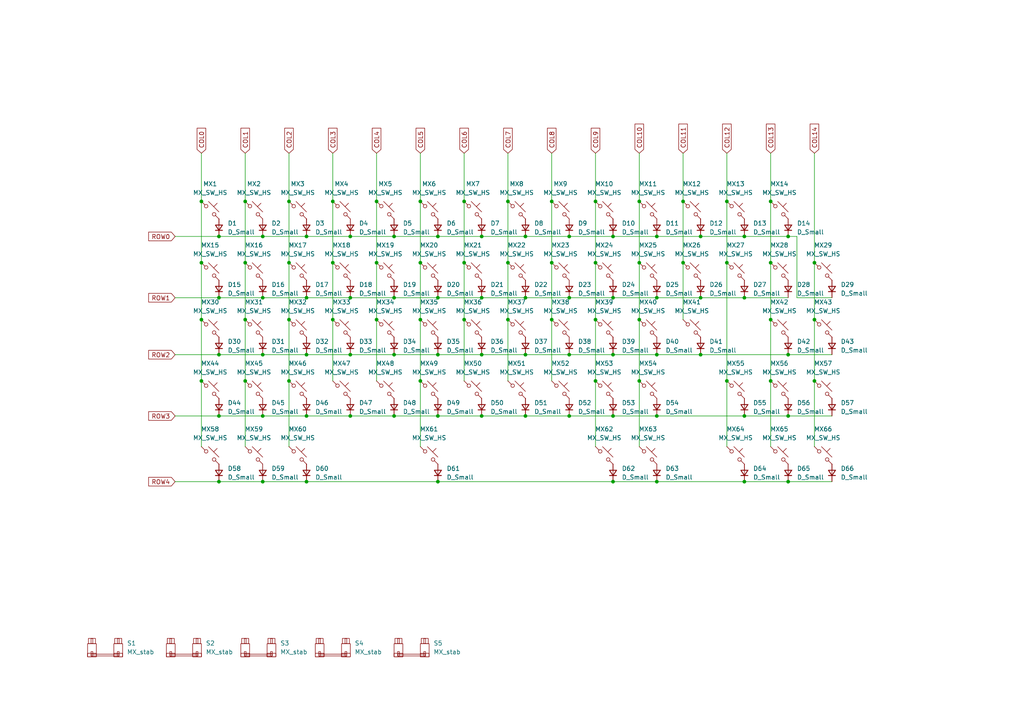
<source format=kicad_sch>
(kicad_sch (version 20250114) (generator "eeschema") (generator_version "9.0")
  (paper "A4")
  (title_block (title "Switch Matrix"))
  (junction (at 139.7 120.65))
  (junction (at 88.9 86.36))
  (junction (at 203.2 102.87))
  (junction (at 203.2 86.36))
  (junction (at 96.52 76.2))
  (junction (at 228.6 68.58))
  (junction (at 172.72 58.42))
  (junction (at 71.12 76.2))
  (junction (at 114.3 68.58))
  (junction (at 228.6 120.65))
  (junction (at 210.82 76.2))
  (junction (at 88.9 68.58))
  (junction (at 172.72 92.71))
  (junction (at 177.8 68.58))
  (junction (at 228.6 102.87))
  (junction (at 83.82 76.2))
  (junction (at 71.12 110.49))
  (junction (at 165.1 68.58))
  (junction (at 76.2 139.7))
  (junction (at 139.7 86.36))
  (junction (at 190.5 102.87))
  (junction (at 127 86.36))
  (junction (at 190.5 139.7))
  (junction (at 127 68.58))
  (junction (at 127 139.7))
  (junction (at 147.32 92.71))
  (junction (at 147.32 58.42))
  (junction (at 114.3 102.87))
  (junction (at 203.2 68.58))
  (junction (at 190.5 86.36))
  (junction (at 198.12 58.42))
  (junction (at 63.5 102.87))
  (junction (at 76.2 102.87))
  (junction (at 177.8 139.7))
  (junction (at 121.92 76.2))
  (junction (at 139.7 68.58))
  (junction (at 152.4 102.87))
  (junction (at 223.52 76.2))
  (junction (at 63.5 68.58))
  (junction (at 63.5 120.65))
  (junction (at 58.42 110.49))
  (junction (at 185.42 58.42))
  (junction (at 210.82 110.49))
  (junction (at 134.62 58.42))
  (junction (at 185.42 92.71))
  (junction (at 76.2 68.58))
  (junction (at 109.22 92.71))
  (junction (at 190.5 120.65))
  (junction (at 152.4 120.65))
  (junction (at 223.52 58.42))
  (junction (at 134.62 92.71))
  (junction (at 58.42 76.2))
  (junction (at 236.22 110.49))
  (junction (at 177.8 102.87))
  (junction (at 101.6 102.87))
  (junction (at 172.72 76.2))
  (junction (at 215.9 68.58))
  (junction (at 88.9 120.65))
  (junction (at 58.42 58.42))
  (junction (at 88.9 139.7))
  (junction (at 228.6 139.7))
  (junction (at 109.22 76.2))
  (junction (at 96.52 58.42))
  (junction (at 223.52 92.71))
  (junction (at 185.42 110.49))
  (junction (at 101.6 68.58))
  (junction (at 63.5 86.36))
  (junction (at 127 102.87))
  (junction (at 58.42 92.71))
  (junction (at 139.7 102.87))
  (junction (at 121.92 58.42))
  (junction (at 165.1 120.65))
  (junction (at 177.8 120.65))
  (junction (at 172.72 110.49))
  (junction (at 83.82 110.49))
  (junction (at 134.62 76.2))
  (junction (at 83.82 58.42))
  (junction (at 127 120.65))
  (junction (at 236.22 76.2))
  (junction (at 236.22 92.71))
  (junction (at 215.9 120.65))
  (junction (at 114.3 86.36))
  (junction (at 215.9 139.7))
  (junction (at 121.92 110.49))
  (junction (at 101.6 86.36))
  (junction (at 114.3 120.65))
  (junction (at 165.1 102.87))
  (junction (at 190.5 68.58))
  (junction (at 210.82 58.42))
  (junction (at 63.5 139.7))
  (junction (at 147.32 76.2))
  (junction (at 83.82 92.71))
  (junction (at 88.9 102.87))
  (junction (at 177.8 86.36))
  (junction (at 160.02 58.42))
  (junction (at 121.92 92.71))
  (junction (at 165.1 86.36))
  (junction (at 101.6 120.65))
  (junction (at 215.9 86.36))
  (junction (at 71.12 58.42))
  (junction (at 152.4 68.58))
  (junction (at 71.12 92.71))
  (junction (at 76.2 120.65))
  (junction (at 223.52 110.49))
  (junction (at 152.4 86.36))
  (junction (at 160.02 92.71))
  (junction (at 160.02 76.2))
  (junction (at 96.52 92.71))
  (junction (at 76.2 86.36))
  (junction (at 109.22 58.42))
  (junction (at 185.42 76.2))
  (junction (at 198.12 76.2))
  (wire (pts (xy 121.92 92.71) (xy 121.92 110.49)))
  (wire (pts (xy 50.8 68.58) (xy 63.5 68.58)))
  (wire (pts (xy 63.5 102.87) (xy 76.2 102.87)))
  (wire (pts (xy 190.5 102.87) (xy 203.2 102.87)))
  (wire (pts (xy 109.22 44.45) (xy 109.22 58.42)))
  (wire (pts (xy 165.1 86.36) (xy 177.8 86.36)))
  (wire (pts (xy 127 68.58) (xy 139.7 68.58)))
  (wire (pts (xy 127 102.87) (xy 139.7 102.87)))
  (wire (pts (xy 58.42 58.42) (xy 58.42 76.2)))
  (wire (pts (xy 177.8 102.87) (xy 190.5 102.87)))
  (wire (pts (xy 203.2 68.58) (xy 215.9 68.58)))
  (wire (pts (xy 58.42 92.71) (xy 58.42 110.49)))
  (wire (pts (xy 121.92 58.42) (xy 121.92 76.2)))
  (wire (pts (xy 160.02 92.71) (xy 160.02 110.49)))
  (wire (pts (xy 134.62 76.2) (xy 134.62 92.71)))
  (wire (pts (xy 76.2 139.7) (xy 88.9 139.7)))
  (wire (pts (xy 185.42 58.42) (xy 185.42 76.2)))
  (wire (pts (xy 203.2 86.36) (xy 215.9 86.36)))
  (wire (pts (xy 88.9 139.7) (xy 127 139.7)))
  (wire (pts (xy 231.14 86.36) (xy 231.14 68.58)))
  (wire (pts (xy 210.82 44.45) (xy 210.82 58.42)))
  (wire (pts (xy 63.5 68.58) (xy 76.2 68.58)))
  (wire (pts (xy 236.22 92.71) (xy 236.22 110.49)))
  (wire (pts (xy 147.32 58.42) (xy 147.32 76.2)))
  (wire (pts (xy 241.3 86.36) (xy 231.14 86.36)))
  (wire (pts (xy 76.2 102.87) (xy 88.9 102.87)))
  (wire (pts (xy 88.9 102.87) (xy 101.6 102.87)))
  (wire (pts (xy 236.22 110.49) (xy 236.22 129.54)))
  (wire (pts (xy 172.72 58.42) (xy 172.72 76.2)))
  (wire (pts (xy 101.6 102.87) (xy 114.3 102.87)))
  (wire (pts (xy 88.9 68.58) (xy 101.6 68.58)))
  (wire (pts (xy 63.5 120.65) (xy 76.2 120.65)))
  (wire (pts (xy 63.5 139.7) (xy 76.2 139.7)))
  (wire (pts (xy 228.6 102.87) (xy 241.3 102.87)))
  (wire (pts (xy 172.72 92.71) (xy 172.72 110.49)))
  (wire (pts (xy 215.9 86.36) (xy 228.6 86.36)))
  (wire (pts (xy 71.12 44.45) (xy 71.12 58.42)))
  (wire (pts (xy 165.1 68.58) (xy 177.8 68.58)))
  (wire (pts (xy 160.02 44.45) (xy 160.02 58.42)))
  (wire (pts (xy 198.12 76.2) (xy 198.12 92.71)))
  (wire (pts (xy 76.2 86.36) (xy 88.9 86.36)))
  (wire (pts (xy 223.52 76.2) (xy 223.52 92.71)))
  (wire (pts (xy 71.12 58.42) (xy 71.12 76.2)))
  (wire (pts (xy 177.8 86.36) (xy 190.5 86.36)))
  (wire (pts (xy 177.8 68.58) (xy 190.5 68.58)))
  (wire (pts (xy 165.1 120.65) (xy 177.8 120.65)))
  (wire (pts (xy 83.82 76.2) (xy 83.82 92.71)))
  (wire (pts (xy 147.32 44.45) (xy 147.32 58.42)))
  (wire (pts (xy 160.02 58.42) (xy 160.02 76.2)))
  (wire (pts (xy 203.2 102.87) (xy 228.6 102.87)))
  (wire (pts (xy 127 86.36) (xy 139.7 86.36)))
  (wire (pts (xy 223.52 44.45) (xy 223.52 58.42)))
  (wire (pts (xy 231.14 68.58) (xy 228.6 68.58)))
  (wire (pts (xy 152.4 86.36) (xy 165.1 86.36)))
  (wire (pts (xy 185.42 92.71) (xy 185.42 110.49)))
  (wire (pts (xy 83.82 58.42) (xy 83.82 76.2)))
  (wire (pts (xy 109.22 76.2) (xy 109.22 92.71)))
  (wire (pts (xy 147.32 92.71) (xy 147.32 110.49)))
  (wire (pts (xy 215.9 139.7) (xy 228.6 139.7)))
  (wire (pts (xy 71.12 76.2) (xy 71.12 92.71)))
  (wire (pts (xy 190.5 139.7) (xy 215.9 139.7)))
  (wire (pts (xy 236.22 76.2) (xy 236.22 92.71)))
  (wire (pts (xy 96.52 44.45) (xy 96.52 58.42)))
  (wire (pts (xy 165.1 102.87) (xy 177.8 102.87)))
  (wire (pts (xy 50.8 139.7) (xy 63.5 139.7)))
  (wire (pts (xy 96.52 76.2) (xy 96.52 92.71)))
  (wire (pts (xy 210.82 76.2) (xy 210.82 110.49)))
  (wire (pts (xy 121.92 44.45) (xy 121.92 58.42)))
  (wire (pts (xy 114.3 86.36) (xy 127 86.36)))
  (wire (pts (xy 198.12 44.45) (xy 198.12 58.42)))
  (wire (pts (xy 147.32 76.2) (xy 147.32 92.71)))
  (wire (pts (xy 215.9 120.65) (xy 228.6 120.65)))
  (wire (pts (xy 185.42 44.45) (xy 185.42 58.42)))
  (wire (pts (xy 190.5 120.65) (xy 215.9 120.65)))
  (wire (pts (xy 101.6 68.58) (xy 114.3 68.58)))
  (wire (pts (xy 139.7 86.36) (xy 152.4 86.36)))
  (wire (pts (xy 152.4 102.87) (xy 165.1 102.87)))
  (wire (pts (xy 172.72 44.45) (xy 172.72 58.42)))
  (wire (pts (xy 114.3 120.65) (xy 127 120.65)))
  (wire (pts (xy 96.52 92.71) (xy 96.52 110.49)))
  (wire (pts (xy 152.4 68.58) (xy 165.1 68.58)))
  (wire (pts (xy 50.8 86.36) (xy 63.5 86.36)))
  (wire (pts (xy 223.52 92.71) (xy 223.52 110.49)))
  (wire (pts (xy 223.52 110.49) (xy 223.52 129.54)))
  (wire (pts (xy 134.62 44.45) (xy 134.62 58.42)))
  (wire (pts (xy 83.82 44.45) (xy 83.82 58.42)))
  (wire (pts (xy 139.7 102.87) (xy 152.4 102.87)))
  (wire (pts (xy 134.62 92.71) (xy 134.62 110.49)))
  (wire (pts (xy 177.8 139.7) (xy 190.5 139.7)))
  (wire (pts (xy 50.8 102.87) (xy 63.5 102.87)))
  (wire (pts (xy 83.82 110.49) (xy 83.82 129.54)))
  (wire (pts (xy 152.4 120.65) (xy 165.1 120.65)))
  (wire (pts (xy 228.6 139.7) (xy 241.3 139.7)))
  (wire (pts (xy 210.82 58.42) (xy 210.82 76.2)))
  (wire (pts (xy 177.8 120.65) (xy 190.5 120.65)))
  (wire (pts (xy 190.5 68.58) (xy 203.2 68.58)))
  (wire (pts (xy 76.2 120.65) (xy 88.9 120.65)))
  (wire (pts (xy 101.6 86.36) (xy 114.3 86.36)))
  (wire (pts (xy 139.7 120.65) (xy 152.4 120.65)))
  (wire (pts (xy 160.02 76.2) (xy 160.02 92.71)))
  (wire (pts (xy 172.72 76.2) (xy 172.72 92.71)))
  (wire (pts (xy 139.7 68.58) (xy 152.4 68.58)))
  (wire (pts (xy 58.42 44.45) (xy 58.42 58.42)))
  (wire (pts (xy 109.22 92.71) (xy 109.22 110.49)))
  (wire (pts (xy 223.52 58.42) (xy 223.52 76.2)))
  (wire (pts (xy 185.42 110.49) (xy 185.42 129.54)))
  (wire (pts (xy 114.3 68.58) (xy 127 68.58)))
  (wire (pts (xy 96.52 58.42) (xy 96.52 76.2)))
  (wire (pts (xy 71.12 110.49) (xy 71.12 129.54)))
  (wire (pts (xy 71.12 92.71) (xy 71.12 110.49)))
  (wire (pts (xy 114.3 102.87) (xy 127 102.87)))
  (wire (pts (xy 127 120.65) (xy 139.7 120.65)))
  (wire (pts (xy 190.5 86.36) (xy 203.2 86.36)))
  (wire (pts (xy 172.72 110.49) (xy 172.72 129.54)))
  (wire (pts (xy 228.6 120.65) (xy 241.3 120.65)))
  (wire (pts (xy 76.2 68.58) (xy 88.9 68.58)))
  (wire (pts (xy 58.42 110.49) (xy 58.42 129.54)))
  (wire (pts (xy 50.8 120.65) (xy 63.5 120.65)))
  (wire (pts (xy 210.82 110.49) (xy 210.82 129.54)))
  (wire (pts (xy 63.5 86.36) (xy 76.2 86.36)))
  (wire (pts (xy 185.42 76.2) (xy 185.42 92.71)))
  (wire (pts (xy 127 139.7) (xy 177.8 139.7)))
  (wire (pts (xy 134.62 58.42) (xy 134.62 76.2)))
  (wire (pts (xy 88.9 120.65) (xy 101.6 120.65)))
  (wire (pts (xy 121.92 110.49) (xy 121.92 129.54)))
  (wire (pts (xy 121.92 76.2) (xy 121.92 92.71)))
  (wire (pts (xy 101.6 120.65) (xy 114.3 120.65)))
  (wire (pts (xy 58.42 76.2) (xy 58.42 92.71)))
  (wire (pts (xy 83.82 92.71) (xy 83.82 110.49)))
  (wire (pts (xy 109.22 58.42) (xy 109.22 76.2)))
  (wire (pts (xy 236.22 44.45) (xy 236.22 76.2)))
  (wire (pts (xy 215.9 68.58) (xy 228.6 68.58)))
  (wire (pts (xy 88.9 86.36) (xy 101.6 86.36)))
  (wire (pts (xy 198.12 58.42) (xy 198.12 76.2)))
  (global_label "COL8" (shape input) (at 160.02 44.45 90) (property "Intersheetrefs" "${INTERSHEET_REFS}" (effects (hide yes))))
  (global_label "COL6" (shape input) (at 134.62 44.45 90) (property "Intersheetrefs" "${INTERSHEET_REFS}" (effects (hide yes))))
  (global_label "COL5" (shape input) (at 121.92 44.45 90) (property "Intersheetrefs" "${INTERSHEET_REFS}" (effects (hide yes))))
  (global_label "ROW3" (shape input) (at 50.8 120.65 180) (property "Intersheetrefs" "${INTERSHEET_REFS}" (effects (hide yes))))
  (global_label "COL14" (shape input) (at 236.22 44.45 90) (property "Intersheetrefs" "${INTERSHEET_REFS}" (effects (hide yes))))
  (global_label "COL11" (shape input) (at 198.12 44.45 90) (property "Intersheetrefs" "${INTERSHEET_REFS}" (effects (hide yes))))
  (global_label "COL0" (shape input) (at 58.42 44.45 90) (property "Intersheetrefs" "${INTERSHEET_REFS}" (effects (hide yes))))
  (global_label "COL7" (shape input) (at 147.32 44.45 90) (property "Intersheetrefs" "${INTERSHEET_REFS}" (effects (hide yes))))
  (global_label "COL2" (shape input) (at 83.82 44.45 90) (property "Intersheetrefs" "${INTERSHEET_REFS}" (effects (hide yes))))
  (global_label "COL13" (shape input) (at 223.52 44.45 90) (property "Intersheetrefs" "${INTERSHEET_REFS}" (effects (hide yes))))
  (global_label "COL12" (shape input) (at 210.82 44.45 90) (property "Intersheetrefs" "${INTERSHEET_REFS}" (effects (hide yes))))
  (global_label "COL1" (shape input) (at 71.12 44.45 90) (property "Intersheetrefs" "${INTERSHEET_REFS}" (effects (hide yes))))
  (global_label "ROW0" (shape input) (at 50.8 68.58 180) (property "Intersheetrefs" "${INTERSHEET_REFS}" (effects (hide yes))))
  (global_label "ROW2" (shape input) (at 50.8 102.87 180) (property "Intersheetrefs" "${INTERSHEET_REFS}" (effects (hide yes))))
  (global_label "COL10" (shape input) (at 185.42 44.45 90) (property "Intersheetrefs" "${INTERSHEET_REFS}" (effects (hide yes))))
  (global_label "COL4" (shape input) (at 109.22 44.45 90) (property "Intersheetrefs" "${INTERSHEET_REFS}" (effects (hide yes))))
  (global_label "COL3" (shape input) (at 96.52 44.45 90) (property "Intersheetrefs" "${INTERSHEET_REFS}" (effects (hide yes))))
  (global_label "ROW4" (shape input) (at 50.8 139.7 180) (property "Intersheetrefs" "${INTERSHEET_REFS}" (effects (hide yes))))
  (global_label "COL9" (shape input) (at 172.72 44.45 90) (property "Intersheetrefs" "${INTERSHEET_REFS}" (effects (hide yes))))
  (global_label "ROW1" (shape input) (at 50.8 86.36 180) (property "Intersheetrefs" "${INTERSHEET_REFS}" (effects (hide yes))))
  (symbol (lib_id "PCM_marbastlib-mx:MX_SW_HS_CPG151101S11") (at 73.66 78.74 0) (unit 1)
    (property "Reference" "MX16" (at 73.66 71.12 0))
    (property "Value" "MX_SW_HS" (at 73.66 73.66 0))
    (property "Footprint" "PCM_Switch_Keyboard_Cherry_MX:SW_Cherry_MX_PCB_1.00u" (effects (hide yes)))
    (property "Description" "Push button switch, normally open, two pins, 45° tilted, Kailh CPG151101S11 for Cherry MX style switches" (effects (hide yes)))
  )
  (symbol (lib_id "Device:D_Small") (at 215.9 118.11 90) (unit 1)
    (property "Reference" "D55" (at 218.44 116.8399 90) (effects (justify right)))
    (property "Value" "D_Small" (at 218.44 119.3799 90) (effects (justify right)))
    (property "Footprint" "Diode_SMD:D_SOD-323_HandSoldering" (effects (hide yes)))
    (property "Description" "Diode, small symbol" (effects (hide yes)))
    (property "Sim.Device" "D" (effects (hide yes)))
    (property "Sim.Pins" "1=K 2=A" (effects (hide yes)))
  )
  (symbol (lib_id "Device:D_Small") (at 63.5 66.04 90) (unit 1)
    (property "Reference" "D1" (at 66.04 64.7699 90) (effects (justify right)))
    (property "Value" "D_Small" (at 66.04 67.3099 90) (effects (justify right)))
    (property "Footprint" "Diode_SMD:D_SOD-323_HandSoldering" (effects (hide yes)))
    (property "Description" "Diode, small symbol" (effects (hide yes)))
    (property "Sim.Device" "D" (effects (hide yes)))
    (property "Sim.Pins" "1=K 2=A" (effects (hide yes)))
  )
  (symbol (lib_id "Device:D_Small") (at 190.5 100.33 90) (unit 1)
    (property "Reference" "D40" (at 193.04 99.0599 90) (effects (justify right)))
    (property "Value" "D_Small" (at 193.04 101.5999 90) (effects (justify right)))
    (property "Footprint" "Diode_SMD:D_SOD-323_HandSoldering" (effects (hide yes)))
    (property "Description" "Diode, small symbol" (effects (hide yes)))
    (property "Sim.Device" "D" (effects (hide yes)))
    (property "Sim.Pins" "1=K 2=A" (effects (hide yes)))
  )
  (symbol (lib_id "Device:D_Small") (at 177.8 83.82 90) (unit 1)
    (property "Reference" "D24" (at 180.34 82.5499 90) (effects (justify right)))
    (property "Value" "D_Small" (at 180.34 85.0899 90) (effects (justify right)))
    (property "Footprint" "Diode_SMD:D_SOD-323_HandSoldering" (effects (hide yes)))
    (property "Description" "Diode, small symbol" (effects (hide yes)))
    (property "Sim.Device" "D" (effects (hide yes)))
    (property "Sim.Pins" "1=K 2=A" (effects (hide yes)))
  )
  (symbol (lib_id "PCM_marbastlib-mx:MX_SW_HS_CPG151101S11") (at 137.16 95.25 0) (unit 1)
    (property "Reference" "MX36" (at 137.16 87.63 0))
    (property "Value" "MX_SW_HS" (at 137.16 90.17 0))
    (property "Footprint" "PCM_Switch_Keyboard_Cherry_MX:SW_Cherry_MX_PCB_1.00u" (effects (hide yes)))
    (property "Description" "Push button switch, normally open, two pins, 45° tilted, Kailh CPG151101S11 for Cherry MX style switches" (effects (hide yes)))
  )
  (symbol (lib_id "PCM_marbastlib-mx:MX_SW_HS_CPG151101S11") (at 187.96 60.96 0) (unit 1)
    (property "Reference" "MX11" (at 187.96 53.34 0))
    (property "Value" "MX_SW_HS" (at 187.96 55.88 0))
    (property "Footprint" "PCM_Switch_Keyboard_Cherry_MX:SW_Cherry_MX_PCB_1.00u" (effects (hide yes)))
    (property "Description" "Push button switch, normally open, two pins, 45° tilted, Kailh CPG151101S11 for Cherry MX style switches" (effects (hide yes)))
  )
  (symbol (lib_id "PCM_marbastlib-mx:MX_SW_HS_CPG151101S11") (at 187.96 113.03 0) (unit 1)
    (property "Reference" "MX54" (at 187.96 105.41 0))
    (property "Value" "MX_SW_HS" (at 187.96 107.95 0))
    (property "Footprint" "PCM_Switch_Keyboard_Cherry_MX:SW_Cherry_MX_PCB_1.00u" (effects (hide yes)))
    (property "Description" "Push button switch, normally open, two pins, 45° tilted, Kailh CPG151101S11 for Cherry MX style switches" (effects (hide yes)))
  )
  (symbol (lib_id "PCM_marbastlib-mx:MX_SW_HS_CPG151101S11") (at 187.96 132.08 0) (unit 1)
    (property "Reference" "MX63" (at 187.96 124.46 0))
    (property "Value" "MX_SW_HS" (at 187.96 127 0))
    (property "Footprint" "PCM_Switch_Keyboard_Cherry_MX:SW_Cherry_MX_PCB_1.25u" (effects (hide yes)))
    (property "Description" "Push button switch, normally open, two pins, 45° tilted, Kailh CPG151101S11 for Cherry MX style switches" (effects (hide yes)))
  )
  (symbol (lib_id "PCM_marbastlib-mx:MX_SW_HS_CPG151101S11") (at 226.06 60.96 0) (unit 1)
    (property "Reference" "MX14" (at 226.06 53.34 0))
    (property "Value" "MX_SW_HS" (at 226.06 55.88 0))
    (property "Footprint" "PCM_Switch_Keyboard_Cherry_MX:SW_Cherry_MX_PCB_2.00u" (effects (hide yes)))
    (property "Description" "Push button switch, normally open, two pins, 45° tilted, Kailh CPG151101S11 for Cherry MX style switches" (effects (hide yes)))
  )
  (symbol (lib_id "PCM_marbastlib-mx:MX_SW_HS_CPG151101S11") (at 124.46 132.08 0) (unit 1)
    (property "Reference" "MX61" (at 124.46 124.46 0))
    (property "Value" "MX_SW_HS" (at 124.46 127 0))
    (property "Footprint" "PCM_Switch_Keyboard_Cherry_MX:SW_Cherry_MX_PCB_6.25u" (effects (hide yes)))
    (property "Description" "Push button switch, normally open, two pins, 45° tilted, Kailh CPG151101S11 for Cherry MX style switches" (effects (hide yes)))
  )
  (symbol (lib_id "PCM_marbastlib-mx:MX_SW_HS_CPG151101S11") (at 124.46 60.96 0) (unit 1)
    (property "Reference" "MX6" (at 124.46 53.34 0))
    (property "Value" "MX_SW_HS" (at 124.46 55.88 0))
    (property "Footprint" "PCM_Switch_Keyboard_Cherry_MX:SW_Cherry_MX_PCB_1.00u" (effects (hide yes)))
    (property "Description" "Push button switch, normally open, two pins, 45° tilted, Kailh CPG151101S11 for Cherry MX style switches" (effects (hide yes)))
  )
  (symbol (lib_id "PCM_marbastlib-mx:MX_SW_HS_CPG151101S11") (at 226.06 113.03 0) (unit 1)
    (property "Reference" "MX56" (at 226.06 105.41 0))
    (property "Value" "MX_SW_HS" (at 226.06 107.95 0))
    (property "Footprint" "PCM_Switch_Keyboard_Cherry_MX:SW_Cherry_MX_PCB_1.00u" (effects (hide yes)))
    (property "Description" "Push button switch, normally open, two pins, 45° tilted, Kailh CPG151101S11 for Cherry MX style switches" (effects (hide yes)))
  )
  (symbol (lib_id "Device:D_Small") (at 241.3 137.16 90) (unit 1)
    (property "Reference" "D66" (at 243.84 135.8899 90) (effects (justify right)))
    (property "Value" "D_Small" (at 243.84 138.4299 90) (effects (justify right)))
    (property "Footprint" "Diode_SMD:D_SOD-323_HandSoldering" (effects (hide yes)))
    (property "Description" "Diode, small symbol" (effects (hide yes)))
    (property "Sim.Device" "D" (effects (hide yes)))
    (property "Sim.Pins" "1=K 2=A" (effects (hide yes)))
  )
  (symbol (lib_id "Device:D_Small") (at 114.3 100.33 90) (unit 1)
    (property "Reference" "D34" (at 116.84 99.0599 90) (effects (justify right)))
    (property "Value" "D_Small" (at 116.84 101.5999 90) (effects (justify right)))
    (property "Footprint" "Diode_SMD:D_SOD-323_HandSoldering" (effects (hide yes)))
    (property "Description" "Diode, small symbol" (effects (hide yes)))
    (property "Sim.Device" "D" (effects (hide yes)))
    (property "Sim.Pins" "1=K 2=A" (effects (hide yes)))
  )
  (symbol (lib_id "Device:D_Small") (at 76.2 100.33 90) (unit 1)
    (property "Reference" "D31" (at 78.74 99.0599 90) (effects (justify right)))
    (property "Value" "D_Small" (at 78.74 101.5999 90) (effects (justify right)))
    (property "Footprint" "Diode_SMD:D_SOD-323_HandSoldering" (effects (hide yes)))
    (property "Description" "Diode, small symbol" (effects (hide yes)))
    (property "Sim.Device" "D" (effects (hide yes)))
    (property "Sim.Pins" "1=K 2=A" (effects (hide yes)))
  )
  (symbol (lib_id "PCM_marbastlib-mx:MX_SW_HS_CPG151101S11") (at 149.86 78.74 0) (unit 1)
    (property "Reference" "MX22" (at 149.86 71.12 0))
    (property "Value" "MX_SW_HS" (at 149.86 73.66 0))
    (property "Footprint" "PCM_Switch_Keyboard_Cherry_MX:SW_Cherry_MX_PCB_1.00u" (effects (hide yes)))
    (property "Description" "Push button switch, normally open, two pins, 45° tilted, Kailh CPG151101S11 for Cherry MX style switches" (effects (hide yes)))
  )
  (symbol (lib_id "PCM_marbastlib-mx:MX_SW_HS_CPG151101S11") (at 111.76 95.25 0) (unit 1)
    (property "Reference" "MX34" (at 111.76 87.63 0))
    (property "Value" "MX_SW_HS" (at 111.76 90.17 0))
    (property "Footprint" "PCM_Switch_Keyboard_Cherry_MX:SW_Cherry_MX_PCB_1.00u" (effects (hide yes)))
    (property "Description" "Push button switch, normally open, two pins, 45° tilted, Kailh CPG151101S11 for Cherry MX style switches" (effects (hide yes)))
  )
  (symbol (lib_id "PCM_marbastlib-mx:MX_SW_HS_CPG151101S11") (at 99.06 95.25 0) (unit 1)
    (property "Reference" "MX33" (at 99.06 87.63 0))
    (property "Value" "MX_SW_HS" (at 99.06 90.17 0))
    (property "Footprint" "PCM_Switch_Keyboard_Cherry_MX:SW_Cherry_MX_PCB_1.00u" (effects (hide yes)))
    (property "Description" "Push button switch, normally open, two pins, 45° tilted, Kailh CPG151101S11 for Cherry MX style switches" (effects (hide yes)))
  )
  (symbol (lib_id "Device:D_Small") (at 165.1 83.82 90) (unit 1)
    (property "Reference" "D23" (at 167.64 82.5499 90) (effects (justify right)))
    (property "Value" "D_Small" (at 167.64 85.0899 90) (effects (justify right)))
    (property "Footprint" "Diode_SMD:D_SOD-323_HandSoldering" (effects (hide yes)))
    (property "Description" "Diode, small symbol" (effects (hide yes)))
    (property "Sim.Device" "D" (effects (hide yes)))
    (property "Sim.Pins" "1=K 2=A" (effects (hide yes)))
  )
  (symbol (lib_id "PCM_marbastlib-mx:MX_SW_HS_CPG151101S11") (at 124.46 78.74 0) (unit 1)
    (property "Reference" "MX20" (at 124.46 71.12 0))
    (property "Value" "MX_SW_HS" (at 124.46 73.66 0))
    (property "Footprint" "PCM_Switch_Keyboard_Cherry_MX:SW_Cherry_MX_PCB_1.00u" (effects (hide yes)))
    (property "Description" "Push button switch, normally open, two pins, 45° tilted, Kailh CPG151101S11 for Cherry MX style switches" (effects (hide yes)))
  )
  (symbol (lib_id "Device:D_Small") (at 76.2 66.04 90) (unit 1)
    (property "Reference" "D2" (at 78.74 64.7699 90) (effects (justify right)))
    (property "Value" "D_Small" (at 78.74 67.3099 90) (effects (justify right)))
    (property "Footprint" "Diode_SMD:D_SOD-323_HandSoldering" (effects (hide yes)))
    (property "Description" "Diode, small symbol" (effects (hide yes)))
    (property "Sim.Device" "D" (effects (hide yes)))
    (property "Sim.Pins" "1=K 2=A" (effects (hide yes)))
  )
  (symbol (lib_id "PCM_marbastlib-mx:MX_SW_HS_CPG151101S11") (at 213.36 60.96 0) (unit 1)
    (property "Reference" "MX13" (at 213.36 53.34 0))
    (property "Value" "MX_SW_HS" (at 213.36 55.88 0))
    (property "Footprint" "PCM_Switch_Keyboard_Cherry_MX:SW_Cherry_MX_PCB_1.00u" (effects (hide yes)))
    (property "Description" "Push button switch, normally open, two pins, 45° tilted, Kailh CPG151101S11 for Cherry MX style switches" (effects (hide yes)))
  )
  (symbol (lib_id "PCM_marbastlib-mx:MX_SW_HS_CPG151101S11") (at 175.26 60.96 0) (unit 1)
    (property "Reference" "MX10" (at 175.26 53.34 0))
    (property "Value" "MX_SW_HS" (at 175.26 55.88 0))
    (property "Footprint" "PCM_Switch_Keyboard_Cherry_MX:SW_Cherry_MX_PCB_1.00u" (effects (hide yes)))
    (property "Description" "Push button switch, normally open, two pins, 45° tilted, Kailh CPG151101S11 for Cherry MX style switches" (effects (hide yes)))
  )
  (symbol (lib_id "PCM_marbastlib-mx:MX_SW_HS_CPG151101S11") (at 99.06 78.74 0) (unit 1)
    (property "Reference" "MX18" (at 99.06 71.12 0))
    (property "Value" "MX_SW_HS" (at 99.06 73.66 0))
    (property "Footprint" "PCM_Switch_Keyboard_Cherry_MX:SW_Cherry_MX_PCB_1.00u" (effects (hide yes)))
    (property "Description" "Push button switch, normally open, two pins, 45° tilted, Kailh CPG151101S11 for Cherry MX style switches" (effects (hide yes)))
  )
  (symbol (lib_id "Device:D_Small") (at 177.8 137.16 90) (unit 1)
    (property "Reference" "D62" (at 180.34 135.8899 90) (effects (justify right)))
    (property "Value" "D_Small" (at 180.34 138.4299 90) (effects (justify right)))
    (property "Footprint" "Diode_SMD:D_SOD-323_HandSoldering" (effects (hide yes)))
    (property "Description" "Diode, small symbol" (effects (hide yes)))
    (property "Sim.Device" "D" (effects (hide yes)))
    (property "Sim.Pins" "1=K 2=A" (effects (hide yes)))
  )
  (symbol (lib_id "PCM_marbastlib-mx:MX_SW_HS_CPG151101S11") (at 175.26 113.03 0) (unit 1)
    (property "Reference" "MX53" (at 175.26 105.41 0))
    (property "Value" "MX_SW_HS" (at 175.26 107.95 0))
    (property "Footprint" "PCM_Switch_Keyboard_Cherry_MX:SW_Cherry_MX_PCB_1.00u" (effects (hide yes)))
    (property "Description" "Push button switch, normally open, two pins, 45° tilted, Kailh CPG151101S11 for Cherry MX style switches" (effects (hide yes)))
  )
  (symbol (lib_id "PCM_marbastlib-mx:MX_SW_HS_CPG151101S11") (at 137.16 113.03 0) (unit 1)
    (property "Reference" "MX50" (at 137.16 105.41 0))
    (property "Value" "MX_SW_HS" (at 137.16 107.95 0))
    (property "Footprint" "PCM_Switch_Keyboard_Cherry_MX:SW_Cherry_MX_PCB_1.00u" (effects (hide yes)))
    (property "Description" "Push button switch, normally open, two pins, 45° tilted, Kailh CPG151101S11 for Cherry MX style switches" (effects (hide yes)))
  )
  (symbol (lib_id "Device:D_Small") (at 177.8 118.11 90) (unit 1)
    (property "Reference" "D53" (at 180.34 116.8399 90) (effects (justify right)))
    (property "Value" "D_Small" (at 180.34 119.3799 90) (effects (justify right)))
    (property "Footprint" "Diode_SMD:D_SOD-323_HandSoldering" (effects (hide yes)))
    (property "Description" "Diode, small symbol" (effects (hide yes)))
    (property "Sim.Device" "D" (effects (hide yes)))
    (property "Sim.Pins" "1=K 2=A" (effects (hide yes)))
  )
  (symbol (lib_id "PCM_marbastlib-mx:MX_SW_HS_CPG151101S11") (at 175.26 78.74 0) (unit 1)
    (property "Reference" "MX24" (at 175.26 71.12 0))
    (property "Value" "MX_SW_HS" (at 175.26 73.66 0))
    (property "Footprint" "PCM_Switch_Keyboard_Cherry_MX:SW_Cherry_MX_PCB_1.00u" (effects (hide yes)))
    (property "Description" "Push button switch, normally open, two pins, 45° tilted, Kailh CPG151101S11 for Cherry MX style switches" (effects (hide yes)))
  )
  (symbol (lib_id "PCM_marbastlib-mx:MX_SW_HS_CPG151101S11") (at 73.66 132.08 0) (unit 1)
    (property "Reference" "MX59" (at 73.66 124.46 0))
    (property "Value" "MX_SW_HS" (at 73.66 127 0))
    (property "Footprint" "PCM_Switch_Keyboard_Cherry_MX:SW_Cherry_MX_PCB_1.25u" (effects (hide yes)))
    (property "Description" "Push button switch, normally open, two pins, 45° tilted, Kailh CPG151101S11 for Cherry MX style switches" (effects (hide yes)))
  )
  (symbol (lib_id "PCM_marbastlib-mx:MX_SW_HS_CPG151101S11") (at 99.06 113.03 0) (unit 1)
    (property "Reference" "MX47" (at 99.06 105.41 0))
    (property "Value" "MX_SW_HS" (at 99.06 107.95 0))
    (property "Footprint" "PCM_Switch_Keyboard_Cherry_MX:SW_Cherry_MX_PCB_1.00u" (effects (hide yes)))
    (property "Description" "Push button switch, normally open, two pins, 45° tilted, Kailh CPG151101S11 for Cherry MX style switches" (effects (hide yes)))
  )
  (symbol (lib_id "PCM_marbastlib-mx:MX_SW_HS_CPG151101S11") (at 162.56 95.25 0) (unit 1)
    (property "Reference" "MX38" (at 162.56 87.63 0))
    (property "Value" "MX_SW_HS" (at 162.56 90.17 0))
    (property "Footprint" "PCM_Switch_Keyboard_Cherry_MX:SW_Cherry_MX_PCB_1.00u" (effects (hide yes)))
    (property "Description" "Push button switch, normally open, two pins, 45° tilted, Kailh CPG151101S11 for Cherry MX style switches" (effects (hide yes)))
  )
  (symbol (lib_id "PCM_marbastlib-mx:MX_SW_HS_CPG151101S11") (at 60.96 60.96 0) (unit 1)
    (property "Reference" "MX1" (at 60.96 53.34 0))
    (property "Value" "MX_SW_HS" (at 60.96 55.88 0))
    (property "Footprint" "PCM_Switch_Keyboard_Cherry_MX:SW_Cherry_MX_PCB_1.00u" (effects (hide yes)))
    (property "Description" "Push button switch, normally open, two pins, 45° tilted, Kailh CPG151101S11 for Cherry MX style switches" (effects (hide yes)))
  )
  (symbol (lib_id "Device:D_Small") (at 127 83.82 90) (unit 1)
    (property "Reference" "D20" (at 129.54 82.5499 90) (effects (justify right)))
    (property "Value" "D_Small" (at 129.54 85.0899 90) (effects (justify right)))
    (property "Footprint" "Diode_SMD:D_SOD-323_HandSoldering" (effects (hide yes)))
    (property "Description" "Diode, small symbol" (effects (hide yes)))
    (property "Sim.Device" "D" (effects (hide yes)))
    (property "Sim.Pins" "1=K 2=A" (effects (hide yes)))
  )
  (symbol (lib_id "Device:D_Small") (at 190.5 137.16 90) (unit 1)
    (property "Reference" "D63" (at 193.04 135.8899 90) (effects (justify right)))
    (property "Value" "D_Small" (at 193.04 138.4299 90) (effects (justify right)))
    (property "Footprint" "Diode_SMD:D_SOD-323_HandSoldering" (effects (hide yes)))
    (property "Description" "Diode, small symbol" (effects (hide yes)))
    (property "Sim.Device" "D" (effects (hide yes)))
    (property "Sim.Pins" "1=K 2=A" (effects (hide yes)))
  )
  (symbol (lib_id "PCM_marbastlib-mx:MX_SW_HS_CPG151101S11") (at 86.36 60.96 0) (unit 1)
    (property "Reference" "MX3" (at 86.36 53.34 0))
    (property "Value" "MX_SW_HS" (at 86.36 55.88 0))
    (property "Footprint" "PCM_Switch_Keyboard_Cherry_MX:SW_Cherry_MX_PCB_1.00u" (effects (hide yes)))
    (property "Description" "Push button switch, normally open, two pins, 45° tilted, Kailh CPG151101S11 for Cherry MX style switches" (effects (hide yes)))
  )
  (symbol (lib_id "PCM_marbastlib-mx:MX_SW_HS_CPG151101S11") (at 60.96 95.25 0) (unit 1)
    (property "Reference" "MX30" (at 60.96 87.63 0))
    (property "Value" "MX_SW_HS" (at 60.96 90.17 0))
    (property "Footprint" "PCM_Switch_Keyboard_Cherry_MX:SW_Cherry_MX_PCB_1.75u" (effects (hide yes)))
    (property "Description" "Push button switch, normally open, two pins, 45° tilted, Kailh CPG151101S11 for Cherry MX style switches" (effects (hide yes)))
  )
  (symbol (lib_id "Device:D_Small") (at 165.1 100.33 90) (unit 1)
    (property "Reference" "D38" (at 167.64 99.0599 90) (effects (justify right)))
    (property "Value" "D_Small" (at 167.64 101.5999 90) (effects (justify right)))
    (property "Footprint" "Diode_SMD:D_SOD-323_HandSoldering" (effects (hide yes)))
    (property "Description" "Diode, small symbol" (effects (hide yes)))
    (property "Sim.Device" "D" (effects (hide yes)))
    (property "Sim.Pins" "1=K 2=A" (effects (hide yes)))
  )
  (symbol (lib_id "PCM_marbastlib-mx:MX_SW_HS_CPG151101S11") (at 238.76 95.25 0) (unit 1)
    (property "Reference" "MX43" (at 238.76 87.63 0))
    (property "Value" "MX_SW_HS" (at 238.76 90.17 0))
    (property "Footprint" "PCM_Switch_Keyboard_Cherry_MX:SW_Cherry_MX_PCB_1.00u" (effects (hide yes)))
    (property "Description" "Push button switch, normally open, two pins, 45° tilted, Kailh CPG151101S11 for Cherry MX style switches" (effects (hide yes)))
  )
  (symbol (lib_id "PCM_marbastlib-mx:MX_SW_HS_CPG151101S11") (at 86.36 95.25 0) (unit 1)
    (property "Reference" "MX32" (at 86.36 87.63 0))
    (property "Value" "MX_SW_HS" (at 86.36 90.17 0))
    (property "Footprint" "PCM_Switch_Keyboard_Cherry_MX:SW_Cherry_MX_PCB_1.00u" (effects (hide yes)))
    (property "Description" "Push button switch, normally open, two pins, 45° tilted, Kailh CPG151101S11 for Cherry MX style switches" (effects (hide yes)))
  )
  (symbol (lib_id "Device:D_Small") (at 152.4 100.33 90) (unit 1)
    (property "Reference" "D37" (at 154.94 99.0599 90) (effects (justify right)))
    (property "Value" "D_Small" (at 154.94 101.5999 90) (effects (justify right)))
    (property "Footprint" "Diode_SMD:D_SOD-323_HandSoldering" (effects (hide yes)))
    (property "Description" "Diode, small symbol" (effects (hide yes)))
    (property "Sim.Device" "D" (effects (hide yes)))
    (property "Sim.Pins" "1=K 2=A" (effects (hide yes)))
  )
  (symbol (lib_id "Device:D_Small") (at 88.9 118.11 90) (unit 1)
    (property "Reference" "D46" (at 91.44 116.8399 90) (effects (justify right)))
    (property "Value" "D_Small" (at 91.44 119.3799 90) (effects (justify right)))
    (property "Footprint" "Diode_SMD:D_SOD-323_HandSoldering" (effects (hide yes)))
    (property "Description" "Diode, small symbol" (effects (hide yes)))
    (property "Sim.Device" "D" (effects (hide yes)))
    (property "Sim.Pins" "1=K 2=A" (effects (hide yes)))
  )
  (symbol (lib_id "PCM_marbastlib-mx:MX_SW_HS_CPG151101S11") (at 162.56 113.03 0) (unit 1)
    (property "Reference" "MX52" (at 162.56 105.41 0))
    (property "Value" "MX_SW_HS" (at 162.56 107.95 0))
    (property "Footprint" "PCM_Switch_Keyboard_Cherry_MX:SW_Cherry_MX_PCB_1.00u" (effects (hide yes)))
    (property "Description" "Push button switch, normally open, two pins, 45° tilted, Kailh CPG151101S11 for Cherry MX style switches" (effects (hide yes)))
  )
  (symbol (lib_id "PCM_marbastlib-mx:MX_SW_HS_CPG151101S11") (at 187.96 78.74 0) (unit 1)
    (property "Reference" "MX25" (at 187.96 71.12 0))
    (property "Value" "MX_SW_HS" (at 187.96 73.66 0))
    (property "Footprint" "PCM_Switch_Keyboard_Cherry_MX:SW_Cherry_MX_PCB_1.00u" (effects (hide yes)))
    (property "Description" "Push button switch, normally open, two pins, 45° tilted, Kailh CPG151101S11 for Cherry MX style switches" (effects (hide yes)))
  )
  (symbol (lib_id "Device:D_Small") (at 241.3 100.33 90) (unit 1)
    (property "Reference" "D43" (at 243.84 99.0599 90) (effects (justify right)))
    (property "Value" "D_Small" (at 243.84 101.5999 90) (effects (justify right)))
    (property "Footprint" "Diode_SMD:D_SOD-323_HandSoldering" (effects (hide yes)))
    (property "Description" "Diode, small symbol" (effects (hide yes)))
    (property "Sim.Device" "D" (effects (hide yes)))
    (property "Sim.Pins" "1=K 2=A" (effects (hide yes)))
  )
  (symbol (lib_id "PCM_marbastlib-mx:MX_SW_HS_CPG151101S11") (at 162.56 78.74 0) (unit 1)
    (property "Reference" "MX23" (at 162.56 71.12 0))
    (property "Value" "MX_SW_HS" (at 162.56 73.66 0))
    (property "Footprint" "PCM_Switch_Keyboard_Cherry_MX:SW_Cherry_MX_PCB_1.00u" (effects (hide yes)))
    (property "Description" "Push button switch, normally open, two pins, 45° tilted, Kailh CPG151101S11 for Cherry MX style switches" (effects (hide yes)))
  )
  (symbol (lib_id "Device:D_Small") (at 228.6 66.04 90) (unit 1)
    (property "Reference" "D14" (at 231.14 64.7699 90) (effects (justify right)))
    (property "Value" "D_Small" (at 231.14 67.3099 90) (effects (justify right)))
    (property "Footprint" "Diode_SMD:D_SOD-323_HandSoldering" (effects (hide yes)))
    (property "Description" "Diode, small symbol" (effects (hide yes)))
    (property "Sim.Device" "D" (effects (hide yes)))
    (property "Sim.Pins" "1=K 2=A" (effects (hide yes)))
  )
  (symbol (lib_id "Device:D_Small") (at 190.5 83.82 90) (unit 1)
    (property "Reference" "D25" (at 193.04 82.5499 90) (effects (justify right)))
    (property "Value" "D_Small" (at 193.04 85.0899 90) (effects (justify right)))
    (property "Footprint" "Diode_SMD:D_SOD-323_HandSoldering" (effects (hide yes)))
    (property "Description" "Diode, small symbol" (effects (hide yes)))
    (property "Sim.Device" "D" (effects (hide yes)))
    (property "Sim.Pins" "1=K 2=A" (effects (hide yes)))
  )
  (symbol (lib_id "PCM_marbastlib-mx:MX_SW_HS_CPG151101S11") (at 162.56 60.96 0) (unit 1)
    (property "Reference" "MX9" (at 162.56 53.34 0))
    (property "Value" "MX_SW_HS" (at 162.56 55.88 0))
    (property "Footprint" "PCM_Switch_Keyboard_Cherry_MX:SW_Cherry_MX_PCB_1.00u" (effects (hide yes)))
    (property "Description" "Push button switch, normally open, two pins, 45° tilted, Kailh CPG151101S11 for Cherry MX style switches" (effects (hide yes)))
  )
  (symbol (lib_id "PCM_marbastlib-mx:MX_SW_HS_CPG151101S11") (at 60.96 78.74 0) (unit 1)
    (property "Reference" "MX15" (at 60.96 71.12 0))
    (property "Value" "MX_SW_HS" (at 60.96 73.66 0))
    (property "Footprint" "PCM_Switch_Keyboard_Cherry_MX:SW_Cherry_MX_PCB_1.50u" (effects (hide yes)))
    (property "Description" "Push button switch, normally open, two pins, 45° tilted, Kailh CPG151101S11 for Cherry MX style switches" (effects (hide yes)))
  )
  (symbol (lib_id "Device:D_Small") (at 63.5 83.82 90) (unit 1)
    (property "Reference" "D15" (at 66.04 82.5499 90) (effects (justify right)))
    (property "Value" "D_Small" (at 66.04 85.0899 90) (effects (justify right)))
    (property "Footprint" "Diode_SMD:D_SOD-323_HandSoldering" (effects (hide yes)))
    (property "Description" "Diode, small symbol" (effects (hide yes)))
    (property "Sim.Device" "D" (effects (hide yes)))
    (property "Sim.Pins" "1=K 2=A" (effects (hide yes)))
  )
  (symbol (lib_id "Device:D_Small") (at 203.2 66.04 90) (unit 1)
    (property "Reference" "D12" (at 205.74 64.7699 90) (effects (justify right)))
    (property "Value" "D_Small" (at 205.74 67.3099 90) (effects (justify right)))
    (property "Footprint" "Diode_SMD:D_SOD-323_HandSoldering" (effects (hide yes)))
    (property "Description" "Diode, small symbol" (effects (hide yes)))
    (property "Sim.Device" "D" (effects (hide yes)))
    (property "Sim.Pins" "1=K 2=A" (effects (hide yes)))
  )
  (symbol (lib_id "PCM_marbastlib-mx:MX_SW_HS_CPG151101S11") (at 124.46 113.03 0) (unit 1)
    (property "Reference" "MX49" (at 124.46 105.41 0))
    (property "Value" "MX_SW_HS" (at 124.46 107.95 0))
    (property "Footprint" "PCM_Switch_Keyboard_Cherry_MX:SW_Cherry_MX_PCB_1.00u" (effects (hide yes)))
    (property "Description" "Push button switch, normally open, two pins, 45° tilted, Kailh CPG151101S11 for Cherry MX style switches" (effects (hide yes)))
  )
  (symbol (lib_id "Device:D_Small") (at 228.6 100.33 90) (unit 1)
    (property "Reference" "D42" (at 231.14 99.0599 90) (effects (justify right)))
    (property "Value" "D_Small" (at 231.14 101.5999 90) (effects (justify right)))
    (property "Footprint" "Diode_SMD:D_SOD-323_HandSoldering" (effects (hide yes)))
    (property "Description" "Diode, small symbol" (effects (hide yes)))
    (property "Sim.Device" "D" (effects (hide yes)))
    (property "Sim.Pins" "1=K 2=A" (effects (hide yes)))
  )
  (symbol (lib_id "PCM_marbastlib-mx:MX_SW_HS_CPG151101S11") (at 200.66 60.96 0) (unit 1)
    (property "Reference" "MX12" (at 200.66 53.34 0))
    (property "Value" "MX_SW_HS" (at 200.66 55.88 0))
    (property "Footprint" "PCM_Switch_Keyboard_Cherry_MX:SW_Cherry_MX_PCB_1.00u" (effects (hide yes)))
    (property "Description" "Push button switch, normally open, two pins, 45° tilted, Kailh CPG151101S11 for Cherry MX style switches" (effects (hide yes)))
  )
  (symbol (lib_id "PCM_marbastlib-mx:MX_stab") (at 74.93 187.96 0) (unit 1)
    (property "Reference" "S3" (at 81.28 186.5629 0) (effects (justify left)))
    (property "Value" "MX_stab" (at 81.28 189.1029 0) (effects (justify left)))
    (property "Footprint" "PCM_marbastlib-mx:STAB_MX_P_2u" (effects (hide yes)))
    (property "Description" "Cherry MX-style stabilizer" (effects (hide yes)))
  )
  (symbol (lib_id "PCM_marbastlib-mx:MX_SW_HS_CPG151101S11") (at 111.76 78.74 0) (unit 1)
    (property "Reference" "MX19" (at 111.76 71.12 0))
    (property "Value" "MX_SW_HS" (at 111.76 73.66 0))
    (property "Footprint" "PCM_Switch_Keyboard_Cherry_MX:SW_Cherry_MX_PCB_1.00u" (effects (hide yes)))
    (property "Description" "Push button switch, normally open, two pins, 45° tilted, Kailh CPG151101S11 for Cherry MX style switches" (effects (hide yes)))
  )
  (symbol (lib_id "PCM_marbastlib-mx:MX_SW_HS_CPG151101S11") (at 86.36 78.74 0) (unit 1)
    (property "Reference" "MX17" (at 86.36 71.12 0))
    (property "Value" "MX_SW_HS" (at 86.36 73.66 0))
    (property "Footprint" "PCM_Switch_Keyboard_Cherry_MX:SW_Cherry_MX_PCB_1.00u" (effects (hide yes)))
    (property "Description" "Push button switch, normally open, two pins, 45° tilted, Kailh CPG151101S11 for Cherry MX style switches" (effects (hide yes)))
  )
  (symbol (lib_id "Device:D_Small") (at 152.4 118.11 90) (unit 1)
    (property "Reference" "D51" (at 154.94 116.8399 90) (effects (justify right)))
    (property "Value" "D_Small" (at 154.94 119.3799 90) (effects (justify right)))
    (property "Footprint" "Diode_SMD:D_SOD-323_HandSoldering" (effects (hide yes)))
    (property "Description" "Diode, small symbol" (effects (hide yes)))
    (property "Sim.Device" "D" (effects (hide yes)))
    (property "Sim.Pins" "1=K 2=A" (effects (hide yes)))
  )
  (symbol (lib_id "Device:D_Small") (at 76.2 83.82 90) (unit 1)
    (property "Reference" "D16" (at 78.74 82.5499 90) (effects (justify right)))
    (property "Value" "D_Small" (at 78.74 85.0899 90) (effects (justify right)))
    (property "Footprint" "Diode_SMD:D_SOD-323_HandSoldering" (effects (hide yes)))
    (property "Description" "Diode, small symbol" (effects (hide yes)))
    (property "Sim.Device" "D" (effects (hide yes)))
    (property "Sim.Pins" "1=K 2=A" (effects (hide yes)))
  )
  (symbol (lib_id "Device:D_Small") (at 228.6 137.16 90) (unit 1)
    (property "Reference" "D65" (at 231.14 135.8899 90) (effects (justify right)))
    (property "Value" "D_Small" (at 231.14 138.4299 90) (effects (justify right)))
    (property "Footprint" "Diode_SMD:D_SOD-323_HandSoldering" (effects (hide yes)))
    (property "Description" "Diode, small symbol" (effects (hide yes)))
    (property "Sim.Device" "D" (effects (hide yes)))
    (property "Sim.Pins" "1=K 2=A" (effects (hide yes)))
  )
  (symbol (lib_id "Device:D_Small") (at 190.5 66.04 90) (unit 1)
    (property "Reference" "D11" (at 193.04 64.7699 90) (effects (justify right)))
    (property "Value" "D_Small" (at 193.04 67.3099 90) (effects (justify right)))
    (property "Footprint" "Diode_SMD:D_SOD-323_HandSoldering" (effects (hide yes)))
    (property "Description" "Diode, small symbol" (effects (hide yes)))
    (property "Sim.Device" "D" (effects (hide yes)))
    (property "Sim.Pins" "1=K 2=A" (effects (hide yes)))
  )
  (symbol (lib_id "PCM_marbastlib-mx:MX_SW_HS_CPG151101S11") (at 187.96 95.25 0) (unit 1)
    (property "Reference" "MX40" (at 187.96 87.63 0))
    (property "Value" "MX_SW_HS" (at 187.96 90.17 0))
    (property "Footprint" "PCM_Switch_Keyboard_Cherry_MX:SW_Cherry_MX_PCB_1.00u" (effects (hide yes)))
    (property "Description" "Push button switch, normally open, two pins, 45° tilted, Kailh CPG151101S11 for Cherry MX style switches" (effects (hide yes)))
  )
  (symbol (lib_id "PCM_marbastlib-mx:MX_SW_HS_CPG151101S11") (at 200.66 95.25 0) (unit 1)
    (property "Reference" "MX41" (at 200.66 87.63 0))
    (property "Value" "MX_SW_HS" (at 200.66 90.17 0))
    (property "Footprint" "PCM_Switch_Keyboard_Cherry_MX:SW_Cherry_MX_PCB_1.00u" (effects (hide yes)))
    (property "Description" "Push button switch, normally open, two pins, 45° tilted, Kailh CPG151101S11 for Cherry MX style switches" (effects (hide yes)))
  )
  (symbol (lib_id "PCM_marbastlib-mx:MX_stab") (at 96.52 187.96 0) (unit 1)
    (property "Reference" "S4" (at 102.87 186.5629 0) (effects (justify left)))
    (property "Value" "MX_stab" (at 102.87 189.1029 0) (effects (justify left)))
    (property "Footprint" "PCM_marbastlib-mx:STAB_MX_P_2.25u" (effects (hide yes)))
    (property "Description" "Cherry MX-style stabilizer" (effects (hide yes)))
  )
  (symbol (lib_id "Device:D_Small") (at 241.3 83.82 90) (unit 1)
    (property "Reference" "D29" (at 243.84 82.5499 90) (effects (justify right)))
    (property "Value" "D_Small" (at 243.84 85.0899 90) (effects (justify right)))
    (property "Footprint" "Diode_SMD:D_SOD-323_HandSoldering" (effects (hide yes)))
    (property "Description" "Diode, small symbol" (effects (hide yes)))
    (property "Sim.Device" "D" (effects (hide yes)))
    (property "Sim.Pins" "1=K 2=A" (effects (hide yes)))
  )
  (symbol (lib_id "Device:D_Small") (at 63.5 100.33 90) (unit 1)
    (property "Reference" "D30" (at 66.04 99.0599 90) (effects (justify right)))
    (property "Value" "D_Small" (at 66.04 101.5999 90) (effects (justify right)))
    (property "Footprint" "Diode_SMD:D_SOD-323_HandSoldering" (effects (hide yes)))
    (property "Description" "Diode, small symbol" (effects (hide yes)))
    (property "Sim.Device" "D" (effects (hide yes)))
    (property "Sim.Pins" "1=K 2=A" (effects (hide yes)))
  )
  (symbol (lib_id "PCM_marbastlib-mx:MX_SW_HS_CPG151101S11") (at 175.26 95.25 0) (unit 1)
    (property "Reference" "MX39" (at 175.26 87.63 0))
    (property "Value" "MX_SW_HS" (at 175.26 90.17 0))
    (property "Footprint" "PCM_Switch_Keyboard_Cherry_MX:SW_Cherry_MX_PCB_1.00u" (effects (hide yes)))
    (property "Description" "Push button switch, normally open, two pins, 45° tilted, Kailh CPG151101S11 for Cherry MX style switches" (effects (hide yes)))
  )
  (symbol (lib_id "Device:D_Small") (at 76.2 118.11 90) (unit 1)
    (property "Reference" "D45" (at 78.74 116.8399 90) (effects (justify right)))
    (property "Value" "D_Small" (at 78.74 119.3799 90) (effects (justify right)))
    (property "Footprint" "Diode_SMD:D_SOD-323_HandSoldering" (effects (hide yes)))
    (property "Description" "Diode, small symbol" (effects (hide yes)))
    (property "Sim.Device" "D" (effects (hide yes)))
    (property "Sim.Pins" "1=K 2=A" (effects (hide yes)))
  )
  (symbol (lib_id "PCM_marbastlib-mx:MX_SW_HS_CPG151101S11") (at 213.36 113.03 0) (unit 1)
    (property "Reference" "MX55" (at 213.36 105.41 0))
    (property "Value" "MX_SW_HS" (at 213.36 107.95 0))
    (property "Footprint" "PCM_Switch_Keyboard_Cherry_MX:SW_Cherry_MX_PCB_2.00u" (effects (hide yes)))
    (property "Description" "Push button switch, normally open, two pins, 45° tilted, Kailh CPG151101S11 for Cherry MX style switches" (effects (hide yes)))
  )
  (symbol (lib_id "PCM_marbastlib-mx:MX_SW_HS_CPG151101S11") (at 226.06 132.08 0) (unit 1)
    (property "Reference" "MX65" (at 226.06 124.46 0))
    (property "Value" "MX_SW_HS" (at 226.06 127 0))
    (property "Footprint" "PCM_Switch_Keyboard_Cherry_MX:SW_Cherry_MX_PCB_1.00u" (effects (hide yes)))
    (property "Description" "Push button switch, normally open, two pins, 45° tilted, Kailh CPG151101S11 for Cherry MX style switches" (effects (hide yes)))
  )
  (symbol (lib_id "PCM_marbastlib-mx:MX_SW_HS_CPG151101S11") (at 73.66 60.96 0) (unit 1)
    (property "Reference" "MX2" (at 73.66 53.34 0))
    (property "Value" "MX_SW_HS" (at 73.66 55.88 0))
    (property "Footprint" "PCM_Switch_Keyboard_Cherry_MX:SW_Cherry_MX_PCB_1.00u" (effects (hide yes)))
    (property "Description" "Push button switch, normally open, two pins, 45° tilted, Kailh CPG151101S11 for Cherry MX style switches" (effects (hide yes)))
  )
  (symbol (lib_id "Device:D_Small") (at 139.7 66.04 90) (unit 1)
    (property "Reference" "D7" (at 142.24 64.7699 90) (effects (justify right)))
    (property "Value" "D_Small" (at 142.24 67.3099 90) (effects (justify right)))
    (property "Footprint" "Diode_SMD:D_SOD-323_HandSoldering" (effects (hide yes)))
    (property "Description" "Diode, small symbol" (effects (hide yes)))
    (property "Sim.Device" "D" (effects (hide yes)))
    (property "Sim.Pins" "1=K 2=A" (effects (hide yes)))
  )
  (symbol (lib_id "PCM_marbastlib-mx:MX_SW_HS_CPG151101S11") (at 175.26 132.08 0) (unit 1)
    (property "Reference" "MX62" (at 175.26 124.46 0))
    (property "Value" "MX_SW_HS" (at 175.26 127 0))
    (property "Footprint" "PCM_Switch_Keyboard_Cherry_MX:SW_Cherry_MX_PCB_1.25u" (effects (hide yes)))
    (property "Description" "Push button switch, normally open, two pins, 45° tilted, Kailh CPG151101S11 for Cherry MX style switches" (effects (hide yes)))
  )
  (symbol (lib_id "Device:D_Small") (at 228.6 83.82 90) (unit 1)
    (property "Reference" "D28" (at 231.14 82.5499 90) (effects (justify right)))
    (property "Value" "D_Small" (at 231.14 85.0899 90) (effects (justify right)))
    (property "Footprint" "Diode_SMD:D_SOD-323_HandSoldering" (effects (hide yes)))
    (property "Description" "Diode, small symbol" (effects (hide yes)))
    (property "Sim.Device" "D" (effects (hide yes)))
    (property "Sim.Pins" "1=K 2=A" (effects (hide yes)))
  )
  (symbol (lib_id "Device:D_Small") (at 139.7 118.11 90) (unit 1)
    (property "Reference" "D50" (at 142.24 116.8399 90) (effects (justify right)))
    (property "Value" "D_Small" (at 142.24 119.3799 90) (effects (justify right)))
    (property "Footprint" "Diode_SMD:D_SOD-323_HandSoldering" (effects (hide yes)))
    (property "Description" "Diode, small symbol" (effects (hide yes)))
    (property "Sim.Device" "D" (effects (hide yes)))
    (property "Sim.Pins" "1=K 2=A" (effects (hide yes)))
  )
  (symbol (lib_id "PCM_marbastlib-mx:MX_SW_HS_CPG151101S11") (at 238.76 113.03 0) (unit 1)
    (property "Reference" "MX57" (at 238.76 105.41 0))
    (property "Value" "MX_SW_HS" (at 238.76 107.95 0))
    (property "Footprint" "PCM_Switch_Keyboard_Cherry_MX:SW_Cherry_MX_PCB_1.00u" (effects (hide yes)))
    (property "Description" "Push button switch, normally open, two pins, 45° tilted, Kailh CPG151101S11 for Cherry MX style switches" (effects (hide yes)))
  )
  (symbol (lib_id "Device:D_Small") (at 241.3 118.11 90) (unit 1)
    (property "Reference" "D57" (at 243.84 116.8399 90) (effects (justify right)))
    (property "Value" "D_Small" (at 243.84 119.3799 90) (effects (justify right)))
    (property "Footprint" "Diode_SMD:D_SOD-323_HandSoldering" (effects (hide yes)))
    (property "Description" "Diode, small symbol" (effects (hide yes)))
    (property "Sim.Device" "D" (effects (hide yes)))
    (property "Sim.Pins" "1=K 2=A" (effects (hide yes)))
  )
  (symbol (lib_id "PCM_marbastlib-mx:MX_stab") (at 30.48 187.96 0) (unit 1)
    (property "Reference" "S1" (at 36.83 186.5629 0) (effects (justify left)))
    (property "Value" "MX_stab" (at 36.83 189.1029 0) (effects (justify left)))
    (property "Footprint" "PCM_marbastlib-mx:STAB_MX_P_2.25u" (effects (hide yes)))
    (property "Description" "Cherry MX-style stabilizer" (effects (hide yes)))
  )
  (symbol (lib_id "Device:D_Small") (at 101.6 66.04 90) (unit 1)
    (property "Reference" "D4" (at 104.14 64.7699 90) (effects (justify right)))
    (property "Value" "D_Small" (at 104.14 67.3099 90) (effects (justify right)))
    (property "Footprint" "Diode_SMD:D_SOD-323_HandSoldering" (effects (hide yes)))
    (property "Description" "Diode, small symbol" (effects (hide yes)))
    (property "Sim.Device" "D" (effects (hide yes)))
    (property "Sim.Pins" "1=K 2=A" (effects (hide yes)))
  )
  (symbol (lib_id "PCM_marbastlib-mx:MX_SW_HS_CPG151101S11") (at 238.76 132.08 0) (unit 1)
    (property "Reference" "MX66" (at 238.76 124.46 0))
    (property "Value" "MX_SW_HS" (at 238.76 127 0))
    (property "Footprint" "PCM_Switch_Keyboard_Cherry_MX:SW_Cherry_MX_PCB_1.00u" (effects (hide yes)))
    (property "Description" "Push button switch, normally open, two pins, 45° tilted, Kailh CPG151101S11 for Cherry MX style switches" (effects (hide yes)))
  )
  (symbol (lib_id "PCM_marbastlib-mx:MX_stab") (at 53.34 187.96 0) (unit 1)
    (property "Reference" "S2" (at 59.69 186.5629 0) (effects (justify left)))
    (property "Value" "MX_stab" (at 59.69 189.1029 0) (effects (justify left)))
    (property "Footprint" "PCM_marbastlib-mx:STAB_MX_P_6.25u" (effects (hide yes)))
    (property "Description" "Cherry MX-style stabilizer" (effects (hide yes)))
  )
  (symbol (lib_id "Device:D_Small") (at 127 118.11 90) (unit 1)
    (property "Reference" "D49" (at 129.54 116.8399 90) (effects (justify right)))
    (property "Value" "D_Small" (at 129.54 119.3799 90) (effects (justify right)))
    (property "Footprint" "Diode_SMD:D_SOD-323_HandSoldering" (effects (hide yes)))
    (property "Description" "Diode, small symbol" (effects (hide yes)))
    (property "Sim.Device" "D" (effects (hide yes)))
    (property "Sim.Pins" "1=K 2=A" (effects (hide yes)))
  )
  (symbol (lib_id "Device:D_Small") (at 165.1 66.04 90) (unit 1)
    (property "Reference" "D9" (at 167.64 64.7699 90) (effects (justify right)))
    (property "Value" "D_Small" (at 167.64 67.3099 90) (effects (justify right)))
    (property "Footprint" "Diode_SMD:D_SOD-323_HandSoldering" (effects (hide yes)))
    (property "Description" "Diode, small symbol" (effects (hide yes)))
    (property "Sim.Device" "D" (effects (hide yes)))
    (property "Sim.Pins" "1=K 2=A" (effects (hide yes)))
  )
  (symbol (lib_id "PCM_marbastlib-mx:MX_SW_HS_CPG151101S11") (at 149.86 113.03 0) (unit 1)
    (property "Reference" "MX51" (at 149.86 105.41 0))
    (property "Value" "MX_SW_HS" (at 149.86 107.95 0))
    (property "Footprint" "PCM_Switch_Keyboard_Cherry_MX:SW_Cherry_MX_PCB_1.00u" (effects (hide yes)))
    (property "Description" "Push button switch, normally open, two pins, 45° tilted, Kailh CPG151101S11 for Cherry MX style switches" (effects (hide yes)))
  )
  (symbol (lib_id "PCM_marbastlib-mx:MX_SW_HS_CPG151101S11") (at 137.16 78.74 0) (unit 1)
    (property "Reference" "MX21" (at 137.16 71.12 0))
    (property "Value" "MX_SW_HS" (at 137.16 73.66 0))
    (property "Footprint" "PCM_Switch_Keyboard_Cherry_MX:SW_Cherry_MX_PCB_1.00u" (effects (hide yes)))
    (property "Description" "Push button switch, normally open, two pins, 45° tilted, Kailh CPG151101S11 for Cherry MX style switches" (effects (hide yes)))
  )
  (symbol (lib_id "Device:D_Small") (at 114.3 83.82 90) (unit 1)
    (property "Reference" "D19" (at 116.84 82.5499 90) (effects (justify right)))
    (property "Value" "D_Small" (at 116.84 85.0899 90) (effects (justify right)))
    (property "Footprint" "Diode_SMD:D_SOD-323_HandSoldering" (effects (hide yes)))
    (property "Description" "Diode, small symbol" (effects (hide yes)))
    (property "Sim.Device" "D" (effects (hide yes)))
    (property "Sim.Pins" "1=K 2=A" (effects (hide yes)))
  )
  (symbol (lib_id "Device:D_Small") (at 203.2 83.82 90) (unit 1)
    (property "Reference" "D26" (at 205.74 82.5499 90) (effects (justify right)))
    (property "Value" "D_Small" (at 205.74 85.0899 90) (effects (justify right)))
    (property "Footprint" "Diode_SMD:D_SOD-323_HandSoldering" (effects (hide yes)))
    (property "Description" "Diode, small symbol" (effects (hide yes)))
    (property "Sim.Device" "D" (effects (hide yes)))
    (property "Sim.Pins" "1=K 2=A" (effects (hide yes)))
  )
  (symbol (lib_id "Device:D_Small") (at 114.3 118.11 90) (unit 1)
    (property "Reference" "D48" (at 116.84 116.8399 90) (effects (justify right)))
    (property "Value" "D_Small" (at 116.84 119.3799 90) (effects (justify right)))
    (property "Footprint" "Diode_SMD:D_SOD-323_HandSoldering" (effects (hide yes)))
    (property "Description" "Diode, small symbol" (effects (hide yes)))
    (property "Sim.Device" "D" (effects (hide yes)))
    (property "Sim.Pins" "1=K 2=A" (effects (hide yes)))
  )
  (symbol (lib_id "PCM_marbastlib-mx:MX_SW_HS_CPG151101S11") (at 213.36 132.08 0) (unit 1)
    (property "Reference" "MX64" (at 213.36 124.46 0))
    (property "Value" "MX_SW_HS" (at 213.36 127 0))
    (property "Footprint" "PCM_Switch_Keyboard_Cherry_MX:SW_Cherry_MX_PCB_1.00u" (effects (hide yes)))
    (property "Description" "Push button switch, normally open, two pins, 45° tilted, Kailh CPG151101S11 for Cherry MX style switches" (effects (hide yes)))
  )
  (symbol (lib_id "Device:D_Small") (at 88.9 66.04 90) (unit 1)
    (property "Reference" "D3" (at 91.44 64.7699 90) (effects (justify right)))
    (property "Value" "D_Small" (at 91.44 67.3099 90) (effects (justify right)))
    (property "Footprint" "Diode_SMD:D_SOD-323_HandSoldering" (effects (hide yes)))
    (property "Description" "Diode, small symbol" (effects (hide yes)))
    (property "Sim.Device" "D" (effects (hide yes)))
    (property "Sim.Pins" "1=K 2=A" (effects (hide yes)))
  )
  (symbol (lib_id "Device:D_Small") (at 203.2 100.33 90) (unit 1)
    (property "Reference" "D41" (at 205.74 99.0599 90) (effects (justify right)))
    (property "Value" "D_Small" (at 205.74 101.5999 90) (effects (justify right)))
    (property "Footprint" "Diode_SMD:D_SOD-323_HandSoldering" (effects (hide yes)))
    (property "Description" "Diode, small symbol" (effects (hide yes)))
    (property "Sim.Device" "D" (effects (hide yes)))
    (property "Sim.Pins" "1=K 2=A" (effects (hide yes)))
  )
  (symbol (lib_id "Device:D_Small") (at 101.6 118.11 90) (unit 1)
    (property "Reference" "D47" (at 104.14 116.8399 90) (effects (justify right)))
    (property "Value" "D_Small" (at 104.14 119.3799 90) (effects (justify right)))
    (property "Footprint" "Diode_SMD:D_SOD-323_HandSoldering" (effects (hide yes)))
    (property "Description" "Diode, small symbol" (effects (hide yes)))
    (property "Sim.Device" "D" (effects (hide yes)))
    (property "Sim.Pins" "1=K 2=A" (effects (hide yes)))
  )
  (symbol (lib_id "PCM_marbastlib-mx:MX_SW_HS_CPG151101S11") (at 149.86 95.25 0) (unit 1)
    (property "Reference" "MX37" (at 149.86 87.63 0))
    (property "Value" "MX_SW_HS" (at 149.86 90.17 0))
    (property "Footprint" "PCM_Switch_Keyboard_Cherry_MX:SW_Cherry_MX_PCB_1.00u" (effects (hide yes)))
    (property "Description" "Push button switch, normally open, two pins, 45° tilted, Kailh CPG151101S11 for Cherry MX style switches" (effects (hide yes)))
  )
  (symbol (lib_id "PCM_marbastlib-mx:MX_SW_HS_CPG151101S11") (at 86.36 113.03 0) (unit 1)
    (property "Reference" "MX46" (at 86.36 105.41 0))
    (property "Value" "MX_SW_HS" (at 86.36 107.95 0))
    (property "Footprint" "PCM_Switch_Keyboard_Cherry_MX:SW_Cherry_MX_PCB_1.00u" (effects (hide yes)))
    (property "Description" "Push button switch, normally open, two pins, 45° tilted, Kailh CPG151101S11 for Cherry MX style switches" (effects (hide yes)))
  )
  (symbol (lib_id "Device:D_Small") (at 215.9 137.16 90) (unit 1)
    (property "Reference" "D64" (at 218.44 135.8899 90) (effects (justify right)))
    (property "Value" "D_Small" (at 218.44 138.4299 90) (effects (justify right)))
    (property "Footprint" "Diode_SMD:D_SOD-323_HandSoldering" (effects (hide yes)))
    (property "Description" "Diode, small symbol" (effects (hide yes)))
    (property "Sim.Device" "D" (effects (hide yes)))
    (property "Sim.Pins" "1=K 2=A" (effects (hide yes)))
  )
  (symbol (lib_id "PCM_marbastlib-mx:MX_SW_HS_CPG151101S11") (at 137.16 60.96 0) (unit 1)
    (property "Reference" "MX7" (at 137.16 53.34 0))
    (property "Value" "MX_SW_HS" (at 137.16 55.88 0))
    (property "Footprint" "PCM_Switch_Keyboard_Cherry_MX:SW_Cherry_MX_PCB_1.00u" (effects (hide yes)))
    (property "Description" "Push button switch, normally open, two pins, 45° tilted, Kailh CPG151101S11 for Cherry MX style switches" (effects (hide yes)))
  )
  (symbol (lib_id "Device:D_Small") (at 152.4 83.82 90) (unit 1)
    (property "Reference" "D22" (at 154.94 82.5499 90) (effects (justify right)))
    (property "Value" "D_Small" (at 154.94 85.0899 90) (effects (justify right)))
    (property "Footprint" "Diode_SMD:D_SOD-323_HandSoldering" (effects (hide yes)))
    (property "Description" "Diode, small symbol" (effects (hide yes)))
    (property "Sim.Device" "D" (effects (hide yes)))
    (property "Sim.Pins" "1=K 2=A" (effects (hide yes)))
  )
  (symbol (lib_id "Device:D_Small") (at 215.9 83.82 90) (unit 1)
    (property "Reference" "D27" (at 218.44 82.5499 90) (effects (justify right)))
    (property "Value" "D_Small" (at 218.44 85.0899 90) (effects (justify right)))
    (property "Footprint" "Diode_SMD:D_SOD-323_HandSoldering" (effects (hide yes)))
    (property "Description" "Diode, small symbol" (effects (hide yes)))
    (property "Sim.Device" "D" (effects (hide yes)))
    (property "Sim.Pins" "1=K 2=A" (effects (hide yes)))
  )
  (symbol (lib_id "PCM_marbastlib-mx:MX_SW_HS_CPG151101S11") (at 111.76 60.96 0) (unit 1)
    (property "Reference" "MX5" (at 111.76 53.34 0))
    (property "Value" "MX_SW_HS" (at 111.76 55.88 0))
    (property "Footprint" "PCM_Switch_Keyboard_Cherry_MX:SW_Cherry_MX_PCB_1.00u" (effects (hide yes)))
    (property "Description" "Push button switch, normally open, two pins, 45° tilted, Kailh CPG151101S11 for Cherry MX style switches" (effects (hide yes)))
  )
  (symbol (lib_id "Device:D_Small") (at 228.6 118.11 90) (unit 1)
    (property "Reference" "D56" (at 231.14 116.8399 90) (effects (justify right)))
    (property "Value" "D_Small" (at 231.14 119.3799 90) (effects (justify right)))
    (property "Footprint" "Diode_SMD:D_SOD-323_HandSoldering" (effects (hide yes)))
    (property "Description" "Diode, small symbol" (effects (hide yes)))
    (property "Sim.Device" "D" (effects (hide yes)))
    (property "Sim.Pins" "1=K 2=A" (effects (hide yes)))
  )
  (symbol (lib_id "Device:D_Small") (at 215.9 66.04 90) (unit 1)
    (property "Reference" "D13" (at 218.44 64.7699 90) (effects (justify right)))
    (property "Value" "D_Small" (at 218.44 67.3099 90) (effects (justify right)))
    (property "Footprint" "Diode_SMD:D_SOD-323_HandSoldering" (effects (hide yes)))
    (property "Description" "Diode, small symbol" (effects (hide yes)))
    (property "Sim.Device" "D" (effects (hide yes)))
    (property "Sim.Pins" "1=K 2=A" (effects (hide yes)))
  )
  (symbol (lib_id "Device:D_Small") (at 177.8 100.33 90) (unit 1)
    (property "Reference" "D39" (at 180.34 99.0599 90) (effects (justify right)))
    (property "Value" "D_Small" (at 180.34 101.5999 90) (effects (justify right)))
    (property "Footprint" "Diode_SMD:D_SOD-323_HandSoldering" (effects (hide yes)))
    (property "Description" "Diode, small symbol" (effects (hide yes)))
    (property "Sim.Device" "D" (effects (hide yes)))
    (property "Sim.Pins" "1=K 2=A" (effects (hide yes)))
  )
  (symbol (lib_id "Device:D_Small") (at 63.5 137.16 90) (unit 1)
    (property "Reference" "D58" (at 66.04 135.8899 90) (effects (justify right)))
    (property "Value" "D_Small" (at 66.04 138.4299 90) (effects (justify right)))
    (property "Footprint" "Diode_SMD:D_SOD-323_HandSoldering" (effects (hide yes)))
    (property "Description" "Diode, small symbol" (effects (hide yes)))
    (property "Sim.Device" "D" (effects (hide yes)))
    (property "Sim.Pins" "1=K 2=A" (effects (hide yes)))
  )
  (symbol (lib_id "PCM_marbastlib-mx:MX_SW_HS_CPG151101S11") (at 99.06 60.96 0) (unit 1)
    (property "Reference" "MX4" (at 99.06 53.34 0))
    (property "Value" "MX_SW_HS" (at 99.06 55.88 0))
    (property "Footprint" "PCM_Switch_Keyboard_Cherry_MX:SW_Cherry_MX_PCB_1.00u" (effects (hide yes)))
    (property "Description" "Push button switch, normally open, two pins, 45° tilted, Kailh CPG151101S11 for Cherry MX style switches" (effects (hide yes)))
  )
  (symbol (lib_id "Device:D_Small") (at 127 66.04 90) (unit 1)
    (property "Reference" "D6" (at 129.54 64.7699 90) (effects (justify right)))
    (property "Value" "D_Small" (at 129.54 67.3099 90) (effects (justify right)))
    (property "Footprint" "Diode_SMD:D_SOD-323_HandSoldering" (effects (hide yes)))
    (property "Description" "Diode, small symbol" (effects (hide yes)))
    (property "Sim.Device" "D" (effects (hide yes)))
    (property "Sim.Pins" "1=K 2=A" (effects (hide yes)))
  )
  (symbol (lib_id "PCM_marbastlib-mx:MX_SW_HS_CPG151101S11") (at 86.36 132.08 0) (unit 1)
    (property "Reference" "MX60" (at 86.36 124.46 0))
    (property "Value" "MX_SW_HS" (at 86.36 127 0))
    (property "Footprint" "PCM_Switch_Keyboard_Cherry_MX:SW_Cherry_MX_PCB_1.25u" (effects (hide yes)))
    (property "Description" "Push button switch, normally open, two pins, 45° tilted, Kailh CPG151101S11 for Cherry MX style switches" (effects (hide yes)))
  )
  (symbol (lib_id "PCM_marbastlib-mx:MX_SW_HS_CPG151101S11") (at 73.66 113.03 0) (unit 1)
    (property "Reference" "MX45" (at 73.66 105.41 0))
    (property "Value" "MX_SW_HS" (at 73.66 107.95 0))
    (property "Footprint" "PCM_Switch_Keyboard_Cherry_MX:SW_Cherry_MX_PCB_1.00u" (effects (hide yes)))
    (property "Description" "Push button switch, normally open, two pins, 45° tilted, Kailh CPG151101S11 for Cherry MX style switches" (effects (hide yes)))
  )
  (symbol (lib_id "PCM_marbastlib-mx:MX_SW_HS_CPG151101S11") (at 73.66 95.25 0) (unit 1)
    (property "Reference" "MX31" (at 73.66 87.63 0))
    (property "Value" "MX_SW_HS" (at 73.66 90.17 0))
    (property "Footprint" "PCM_Switch_Keyboard_Cherry_MX:SW_Cherry_MX_PCB_1.00u" (effects (hide yes)))
    (property "Description" "Push button switch, normally open, two pins, 45° tilted, Kailh CPG151101S11 for Cherry MX style switches" (effects (hide yes)))
  )
  (symbol (lib_id "Device:D_Small") (at 63.5 118.11 90) (unit 1)
    (property "Reference" "D44" (at 66.04 116.8399 90) (effects (justify right)))
    (property "Value" "D_Small" (at 66.04 119.3799 90) (effects (justify right)))
    (property "Footprint" "Diode_SMD:D_SOD-323_HandSoldering" (effects (hide yes)))
    (property "Description" "Diode, small symbol" (effects (hide yes)))
    (property "Sim.Device" "D" (effects (hide yes)))
    (property "Sim.Pins" "1=K 2=A" (effects (hide yes)))
  )
  (symbol (lib_id "Device:D_Small") (at 190.5 118.11 90) (unit 1)
    (property "Reference" "D54" (at 193.04 116.8399 90) (effects (justify right)))
    (property "Value" "D_Small" (at 193.04 119.3799 90) (effects (justify right)))
    (property "Footprint" "Diode_SMD:D_SOD-323_HandSoldering" (effects (hide yes)))
    (property "Description" "Diode, small symbol" (effects (hide yes)))
    (property "Sim.Device" "D" (effects (hide yes)))
    (property "Sim.Pins" "1=K 2=A" (effects (hide yes)))
  )
  (symbol (lib_id "Device:D_Small") (at 177.8 66.04 90) (unit 1)
    (property "Reference" "D10" (at 180.34 64.7699 90) (effects (justify right)))
    (property "Value" "D_Small" (at 180.34 67.3099 90) (effects (justify right)))
    (property "Footprint" "Diode_SMD:D_SOD-323_HandSoldering" (effects (hide yes)))
    (property "Description" "Diode, small symbol" (effects (hide yes)))
    (property "Sim.Device" "D" (effects (hide yes)))
    (property "Sim.Pins" "1=K 2=A" (effects (hide yes)))
  )
  (symbol (lib_id "Device:D_Small") (at 76.2 137.16 90) (unit 1)
    (property "Reference" "D59" (at 78.74 135.8899 90) (effects (justify right)))
    (property "Value" "D_Small" (at 78.74 138.4299 90) (effects (justify right)))
    (property "Footprint" "Diode_SMD:D_SOD-323_HandSoldering" (effects (hide yes)))
    (property "Description" "Diode, small symbol" (effects (hide yes)))
    (property "Sim.Device" "D" (effects (hide yes)))
    (property "Sim.Pins" "1=K 2=A" (effects (hide yes)))
  )
  (symbol (lib_id "Device:D_Small") (at 101.6 83.82 90) (unit 1)
    (property "Reference" "D18" (at 104.14 82.5499 90) (effects (justify right)))
    (property "Value" "D_Small" (at 104.14 85.0899 90) (effects (justify right)))
    (property "Footprint" "Diode_SMD:D_SOD-323_HandSoldering" (effects (hide yes)))
    (property "Description" "Diode, small symbol" (effects (hide yes)))
    (property "Sim.Device" "D" (effects (hide yes)))
    (property "Sim.Pins" "1=K 2=A" (effects (hide yes)))
  )
  (symbol (lib_id "PCM_marbastlib-mx:MX_SW_HS_CPG151101S11") (at 60.96 132.08 0) (unit 1)
    (property "Reference" "MX58" (at 60.96 124.46 0))
    (property "Value" "MX_SW_HS" (at 60.96 127 0))
    (property "Footprint" "PCM_Switch_Keyboard_Cherry_MX:SW_Cherry_MX_PCB_1.25u" (effects (hide yes)))
    (property "Description" "Push button switch, normally open, two pins, 45° tilted, Kailh CPG151101S11 for Cherry MX style switches" (effects (hide yes)))
  )
  (symbol (lib_id "PCM_marbastlib-mx:MX_SW_HS_CPG151101S11") (at 200.66 78.74 0) (unit 1)
    (property "Reference" "MX26" (at 200.66 71.12 0))
    (property "Value" "MX_SW_HS" (at 200.66 73.66 0))
    (property "Footprint" "PCM_Switch_Keyboard_Cherry_MX:SW_Cherry_MX_PCB_1.00u" (effects (hide yes)))
    (property "Description" "Push button switch, normally open, two pins, 45° tilted, Kailh CPG151101S11 for Cherry MX style switches" (effects (hide yes)))
  )
  (symbol (lib_id "Device:D_Small") (at 88.9 83.82 90) (unit 1)
    (property "Reference" "D17" (at 91.44 82.5499 90) (effects (justify right)))
    (property "Value" "D_Small" (at 91.44 85.0899 90) (effects (justify right)))
    (property "Footprint" "Diode_SMD:D_SOD-323_HandSoldering" (effects (hide yes)))
    (property "Description" "Diode, small symbol" (effects (hide yes)))
    (property "Sim.Device" "D" (effects (hide yes)))
    (property "Sim.Pins" "1=K 2=A" (effects (hide yes)))
  )
  (symbol (lib_id "PCM_marbastlib-mx:MX_stab") (at 119.38 187.96 0) (unit 1)
    (property "Reference" "S5" (at 125.73 186.5629 0) (effects (justify left)))
    (property "Value" "MX_stab" (at 125.73 189.1029 0) (effects (justify left)))
    (property "Footprint" "PCM_marbastlib-mx:STAB_MX_P_2u" (effects (hide yes)))
    (property "Description" "Cherry MX-style stabilizer" (effects (hide yes)))
  )
  (symbol (lib_id "Device:D_Small") (at 88.9 100.33 90) (unit 1)
    (property "Reference" "D32" (at 91.44 99.0599 90) (effects (justify right)))
    (property "Value" "D_Small" (at 91.44 101.5999 90) (effects (justify right)))
    (property "Footprint" "Diode_SMD:D_SOD-323_HandSoldering" (effects (hide yes)))
    (property "Description" "Diode, small symbol" (effects (hide yes)))
    (property "Sim.Device" "D" (effects (hide yes)))
    (property "Sim.Pins" "1=K 2=A" (effects (hide yes)))
  )
  (symbol (lib_id "PCM_marbastlib-mx:MX_SW_HS_CPG151101S11") (at 149.86 60.96 0) (unit 1)
    (property "Reference" "MX8" (at 149.86 53.34 0))
    (property "Value" "MX_SW_HS" (at 149.86 55.88 0))
    (property "Footprint" "PCM_Switch_Keyboard_Cherry_MX:SW_Cherry_MX_PCB_1.00u" (effects (hide yes)))
    (property "Description" "Push button switch, normally open, two pins, 45° tilted, Kailh CPG151101S11 for Cherry MX style switches" (effects (hide yes)))
  )
  (symbol (lib_id "Device:D_Small") (at 165.1 118.11 90) (unit 1)
    (property "Reference" "D52" (at 167.64 116.8399 90) (effects (justify right)))
    (property "Value" "D_Small" (at 167.64 119.3799 90) (effects (justify right)))
    (property "Footprint" "Diode_SMD:D_SOD-323_HandSoldering" (effects (hide yes)))
    (property "Description" "Diode, small symbol" (effects (hide yes)))
    (property "Sim.Device" "D" (effects (hide yes)))
    (property "Sim.Pins" "1=K 2=A" (effects (hide yes)))
  )
  (symbol (lib_id "PCM_marbastlib-mx:MX_SW_HS_CPG151101S11") (at 238.76 78.74 0) (unit 1)
    (property "Reference" "MX29" (at 238.76 71.12 0))
    (property "Value" "MX_SW_HS" (at 238.76 73.66 0))
    (property "Footprint" "PCM_Switch_Keyboard_Cherry_MX:SW_Cherry_MX_PCB_1.00u" (effects (hide yes)))
    (property "Description" "Push button switch, normally open, two pins, 45° tilted, Kailh CPG151101S11 for Cherry MX style switches" (effects (hide yes)))
  )
  (symbol (lib_id "PCM_marbastlib-mx:MX_SW_HS_CPG151101S11") (at 124.46 95.25 0) (unit 1)
    (property "Reference" "MX35" (at 124.46 87.63 0))
    (property "Value" "MX_SW_HS" (at 124.46 90.17 0))
    (property "Footprint" "PCM_Switch_Keyboard_Cherry_MX:SW_Cherry_MX_PCB_1.00u" (effects (hide yes)))
    (property "Description" "Push button switch, normally open, two pins, 45° tilted, Kailh CPG151101S11 for Cherry MX style switches" (effects (hide yes)))
  )
  (symbol (lib_id "PCM_marbastlib-mx:MX_SW_HS_CPG151101S11") (at 111.76 113.03 0) (unit 1)
    (property "Reference" "MX48" (at 111.76 105.41 0))
    (property "Value" "MX_SW_HS" (at 111.76 107.95 0))
    (property "Footprint" "PCM_Switch_Keyboard_Cherry_MX:SW_Cherry_MX_PCB_1.00u" (effects (hide yes)))
    (property "Description" "Push button switch, normally open, two pins, 45° tilted, Kailh CPG151101S11 for Cherry MX style switches" (effects (hide yes)))
  )
  (symbol (lib_id "Device:D_Small") (at 127 100.33 90) (unit 1)
    (property "Reference" "D35" (at 129.54 99.0599 90) (effects (justify right)))
    (property "Value" "D_Small" (at 129.54 101.5999 90) (effects (justify right)))
    (property "Footprint" "Diode_SMD:D_SOD-323_HandSoldering" (effects (hide yes)))
    (property "Description" "Diode, small symbol" (effects (hide yes)))
    (property "Sim.Device" "D" (effects (hide yes)))
    (property "Sim.Pins" "1=K 2=A" (effects (hide yes)))
  )
  (symbol (lib_id "PCM_marbastlib-mx:MX_SW_HS_CPG151101S11") (at 60.96 113.03 0) (unit 1)
    (property "Reference" "MX44" (at 60.96 105.41 0))
    (property "Value" "MX_SW_HS" (at 60.96 107.95 0))
    (property "Footprint" "PCM_Switch_Keyboard_Cherry_MX:SW_Cherry_MX_PCB_2.25u" (effects (hide yes)))
    (property "Description" "Push button switch, normally open, two pins, 45° tilted, Kailh CPG151101S11 for Cherry MX style switches" (effects (hide yes)))
  )
  (symbol (lib_id "PCM_marbastlib-mx:MX_SW_HS_CPG151101S11") (at 226.06 78.74 0) (unit 1)
    (property "Reference" "MX28" (at 226.06 71.12 0))
    (property "Value" "MX_SW_HS" (at 226.06 73.66 0))
    (property "Footprint" "PCM_Switch_Keyboard_Cherry_MX:SW_Cherry_MX_PCB_1.50u" (effects (hide yes)))
    (property "Description" "Push button switch, normally open, two pins, 45° tilted, Kailh CPG151101S11 for Cherry MX style switches" (effects (hide yes)))
  )
  (symbol (lib_id "Device:D_Small") (at 101.6 100.33 90) (unit 1)
    (property "Reference" "D33" (at 104.14 99.0599 90) (effects (justify right)))
    (property "Value" "D_Small" (at 104.14 101.5999 90) (effects (justify right)))
    (property "Footprint" "Diode_SMD:D_SOD-323_HandSoldering" (effects (hide yes)))
    (property "Description" "Diode, small symbol" (effects (hide yes)))
    (property "Sim.Device" "D" (effects (hide yes)))
    (property "Sim.Pins" "1=K 2=A" (effects (hide yes)))
  )
  (symbol (lib_id "Device:D_Small") (at 114.3 66.04 90) (unit 1)
    (property "Reference" "D5" (at 116.84 64.7699 90) (effects (justify right)))
    (property "Value" "D_Small" (at 116.84 67.3099 90) (effects (justify right)))
    (property "Footprint" "Diode_SMD:D_SOD-323_HandSoldering" (effects (hide yes)))
    (property "Description" "Diode, small symbol" (effects (hide yes)))
    (property "Sim.Device" "D" (effects (hide yes)))
    (property "Sim.Pins" "1=K 2=A" (effects (hide yes)))
  )
  (symbol (lib_id "Device:D_Small") (at 88.9 137.16 90) (unit 1)
    (property "Reference" "D60" (at 91.44 135.8899 90) (effects (justify right)))
    (property "Value" "D_Small" (at 91.44 138.4299 90) (effects (justify right)))
    (property "Footprint" "Diode_SMD:D_SOD-323_HandSoldering" (effects (hide yes)))
    (property "Description" "Diode, small symbol" (effects (hide yes)))
    (property "Sim.Device" "D" (effects (hide yes)))
    (property "Sim.Pins" "1=K 2=A" (effects (hide yes)))
  )
  (symbol (lib_id "PCM_marbastlib-mx:MX_SW_HS_CPG151101S11") (at 226.06 95.25 0) (unit 1)
    (property "Reference" "MX42" (at 226.06 87.63 0))
    (property "Value" "MX_SW_HS" (at 226.06 90.17 0))
    (property "Footprint" "PCM_Switch_Keyboard_Cherry_MX:SW_Cherry_MX_PCB_2.25u" (effects (hide yes)))
    (property "Description" "Push button switch, normally open, two pins, 45° tilted, Kailh CPG151101S11 for Cherry MX style switches" (effects (hide yes)))
  )
  (symbol (lib_id "Device:D_Small") (at 127 137.16 90) (unit 1)
    (property "Reference" "D61" (at 129.54 135.8899 90) (effects (justify right)))
    (property "Value" "D_Small" (at 129.54 138.4299 90) (effects (justify right)))
    (property "Footprint" "Diode_SMD:D_SOD-323_HandSoldering" (effects (hide yes)))
    (property "Description" "Diode, small symbol" (effects (hide yes)))
    (property "Sim.Device" "D" (effects (hide yes)))
    (property "Sim.Pins" "1=K 2=A" (effects (hide yes)))
  )
  (symbol (lib_id "Device:D_Small") (at 139.7 100.33 90) (unit 1)
    (property "Reference" "D36" (at 142.24 99.0599 90) (effects (justify right)))
    (property "Value" "D_Small" (at 142.24 101.5999 90) (effects (justify right)))
    (property "Footprint" "Diode_SMD:D_SOD-323_HandSoldering" (effects (hide yes)))
    (property "Description" "Diode, small symbol" (effects (hide yes)))
    (property "Sim.Device" "D" (effects (hide yes)))
    (property "Sim.Pins" "1=K 2=A" (effects (hide yes)))
  )
  (symbol (lib_id "Device:D_Small") (at 152.4 66.04 90) (unit 1)
    (property "Reference" "D8" (at 154.94 64.7699 90) (effects (justify right)))
    (property "Value" "D_Small" (at 154.94 67.3099 90) (effects (justify right)))
    (property "Footprint" "Diode_SMD:D_SOD-323_HandSoldering" (effects (hide yes)))
    (property "Description" "Diode, small symbol" (effects (hide yes)))
    (property "Sim.Device" "D" (effects (hide yes)))
    (property "Sim.Pins" "1=K 2=A" (effects (hide yes)))
  )
  (symbol (lib_id "Device:D_Small") (at 139.7 83.82 90) (unit 1)
    (property "Reference" "D21" (at 142.24 82.5499 90) (effects (justify right)))
    (property "Value" "D_Small" (at 142.24 85.0899 90) (effects (justify right)))
    (property "Footprint" "Diode_SMD:D_SOD-323_HandSoldering" (effects (hide yes)))
    (property "Description" "Diode, small symbol" (effects (hide yes)))
    (property "Sim.Device" "D" (effects (hide yes)))
    (property "Sim.Pins" "1=K 2=A" (effects (hide yes)))
  )
  (symbol (lib_id "PCM_marbastlib-mx:MX_SW_HS_CPG151101S11") (at 213.36 78.74 0) (unit 1)
    (property "Reference" "MX27" (at 213.36 71.12 0))
    (property "Value" "MX_SW_HS" (at 213.36 73.66 0))
    (property "Footprint" "PCM_Switch_Keyboard_Cherry_MX:SW_Cherry_MX_PCB_1.00u" (effects (hide yes)))
    (property "Description" "Push button switch, normally open, two pins, 45° tilted, Kailh CPG151101S11 for Cherry MX style switches" (effects (hide yes)))
  )
)
</source>
